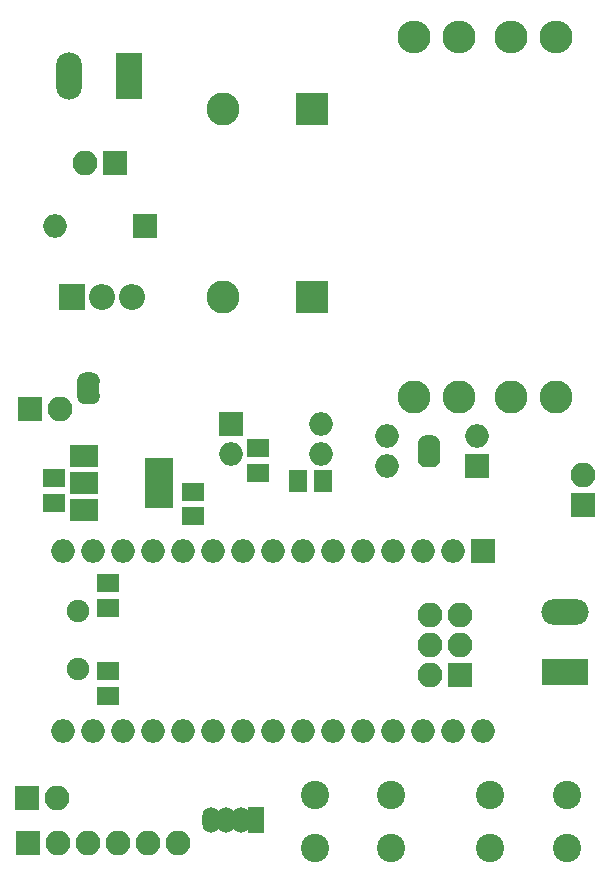
<source format=gbr>
G04 #@! TF.GenerationSoftware,KiCad,Pcbnew,5.0.0-rc2-dev-unknown-f73b9a5~65~ubuntu16.04.1*
G04 #@! TF.CreationDate,2018-05-13T13:10:50+02:00*
G04 #@! TF.ProjectId,Libreductioner,4C6962726564756374696F6E65722E6B,rev?*
G04 #@! TF.SameCoordinates,Original*
G04 #@! TF.FileFunction,Soldermask,Bot*
G04 #@! TF.FilePolarity,Negative*
%FSLAX46Y46*%
G04 Gerber Fmt 4.6, Leading zero omitted, Abs format (unit mm)*
G04 Created by KiCad (PCBNEW 5.0.0-rc2-dev-unknown-f73b9a5~65~ubuntu16.04.1) date Sun May 13 13:10:50 2018*
%MOMM*%
%LPD*%
G01*
G04 APERTURE LIST*
%ADD10R,2.000000X2.000000*%
%ADD11O,2.000000X2.000000*%
%ADD12O,2.100000X2.100000*%
%ADD13R,2.100000X2.100000*%
%ADD14C,1.900000*%
%ADD15R,2.200000X2.200000*%
%ADD16O,2.200000X2.200000*%
%ADD17R,2.800000X2.800000*%
%ADD18C,2.800000*%
%ADD19C,2.400000*%
%ADD20O,2.800000X2.800000*%
%ADD21R,1.900000X1.545000*%
%ADD22R,2.400000X4.200000*%
%ADD23R,2.400000X1.900000*%
%ADD24R,2.200000X4.000000*%
%ADD25O,2.200000X4.000000*%
%ADD26O,4.000000X2.200000*%
%ADD27R,4.000000X2.200000*%
%ADD28R,1.470000X2.200000*%
%ADD29O,1.470000X2.200000*%
%ADD30R,1.545000X1.900000*%
%ADD31R,1.900000X0.900000*%
%ADD32C,0.100000*%
%ADD33C,1.400000*%
%ADD34R,1.000000X0.900000*%
G04 APERTURE END LIST*
D10*
X86487000Y-99187000D03*
D11*
X94107000Y-101727000D03*
X86487000Y-101727000D03*
X94107000Y-99187000D03*
X72237790Y-125109952D03*
X72237790Y-109869952D03*
X107797790Y-125109952D03*
X74777790Y-109869952D03*
X105257790Y-125109952D03*
X77317790Y-109869952D03*
X102717790Y-125109952D03*
X79857790Y-109869952D03*
X100177790Y-125109952D03*
X82397790Y-109869952D03*
X97637790Y-125109952D03*
X84937790Y-109869952D03*
X95097790Y-125109952D03*
X87477790Y-109869952D03*
X92557790Y-125109952D03*
X90017790Y-109869952D03*
X90017790Y-125109952D03*
X92557790Y-109869952D03*
X87477790Y-125109952D03*
X95097790Y-109869952D03*
X84937790Y-125109952D03*
X97637790Y-109869952D03*
X82397790Y-125109952D03*
X100177790Y-109869952D03*
X79857790Y-125109952D03*
X102717790Y-109869952D03*
X77317790Y-125109952D03*
X105257790Y-109869952D03*
X74777790Y-125109952D03*
D10*
X107797790Y-109869952D03*
D12*
X103352790Y-115330952D03*
X105892790Y-115330952D03*
X103352790Y-117870952D03*
X105892790Y-117870952D03*
X103352790Y-120410952D03*
D13*
X105892790Y-120410952D03*
D14*
X73507790Y-115002952D03*
X73507790Y-119902952D03*
D15*
X73025000Y-88392000D03*
D16*
X75565000Y-88392000D03*
X78105000Y-88392000D03*
D17*
X93345000Y-72517000D03*
D18*
X85845000Y-72517000D03*
X85845000Y-88392000D03*
D17*
X93345000Y-88392000D03*
D19*
X100076000Y-130537500D03*
X100076000Y-135037500D03*
X93576000Y-130537500D03*
X93576000Y-135037500D03*
X108435000Y-135037500D03*
X108435000Y-130537500D03*
X114935000Y-135037500D03*
X114935000Y-130537500D03*
D20*
X110236000Y-66421000D03*
D18*
X110236000Y-96901000D03*
X101981000Y-96901000D03*
D20*
X101981000Y-66421000D03*
D10*
X79248000Y-82423000D03*
D11*
X71628000Y-82423000D03*
D13*
X76708000Y-77089000D03*
D12*
X74168000Y-77089000D03*
D20*
X105791000Y-66421000D03*
D18*
X105791000Y-96901000D03*
X114046000Y-96901000D03*
D20*
X114046000Y-66421000D03*
D13*
X116332000Y-106045000D03*
D12*
X116332000Y-103505000D03*
D21*
X83312000Y-104902000D03*
X83312000Y-106987000D03*
X71501000Y-105817500D03*
X71501000Y-103732500D03*
D22*
X80366000Y-104140000D03*
D23*
X74066000Y-104140000D03*
X74066000Y-101840000D03*
X74066000Y-106440000D03*
D24*
X77851000Y-69723000D03*
D25*
X72771000Y-69723000D03*
D26*
X114808000Y-115062000D03*
D27*
X114808000Y-120142000D03*
D28*
X88646000Y-132715000D03*
D29*
X87376000Y-132715000D03*
X86106000Y-132715000D03*
X84836000Y-132715000D03*
D30*
X92202000Y-104013000D03*
X94287000Y-104013000D03*
D21*
X88773000Y-101219000D03*
X88773000Y-103304000D03*
D10*
X107315000Y-102743000D03*
D11*
X99695000Y-100203000D03*
X107315000Y-100203000D03*
X99695000Y-102743000D03*
D31*
X74422000Y-95739000D03*
X74422000Y-96539000D03*
D32*
G36*
X74740612Y-96092370D02*
X74808563Y-96102449D01*
X74875199Y-96119141D01*
X74939878Y-96142283D01*
X75001978Y-96171654D01*
X75060899Y-96206970D01*
X75116075Y-96247892D01*
X75166975Y-96294024D01*
X75213107Y-96344924D01*
X75254029Y-96400100D01*
X75289345Y-96459021D01*
X75318716Y-96521121D01*
X75341858Y-96585800D01*
X75358550Y-96652436D01*
X75368629Y-96720387D01*
X75372000Y-96788999D01*
X75372000Y-96789001D01*
X75368629Y-96857613D01*
X75358550Y-96925564D01*
X75341858Y-96992200D01*
X75318716Y-97056879D01*
X75289345Y-97118979D01*
X75254029Y-97177900D01*
X75213107Y-97233076D01*
X75166975Y-97283976D01*
X75116075Y-97330108D01*
X75060899Y-97371030D01*
X75001978Y-97406346D01*
X74939878Y-97435717D01*
X74875199Y-97458859D01*
X74808563Y-97475551D01*
X74740612Y-97485630D01*
X74672000Y-97489001D01*
X74172000Y-97489001D01*
X74103388Y-97485630D01*
X74035437Y-97475551D01*
X73968801Y-97458859D01*
X73904122Y-97435717D01*
X73842022Y-97406346D01*
X73783101Y-97371030D01*
X73727925Y-97330108D01*
X73677025Y-97283976D01*
X73630893Y-97233076D01*
X73589971Y-97177900D01*
X73554655Y-97118979D01*
X73525284Y-97056879D01*
X73502142Y-96992200D01*
X73485450Y-96925564D01*
X73475371Y-96857613D01*
X73472000Y-96789001D01*
X73472000Y-96788999D01*
X73475371Y-96720387D01*
X73485450Y-96652436D01*
X73502142Y-96585800D01*
X73525284Y-96521121D01*
X73554655Y-96459021D01*
X73589971Y-96400100D01*
X73630893Y-96344924D01*
X73677025Y-96294024D01*
X73727925Y-96247892D01*
X73783101Y-96206970D01*
X73842022Y-96171654D01*
X73904122Y-96142283D01*
X73968801Y-96119141D01*
X74035437Y-96102449D01*
X74103388Y-96092370D01*
X74172000Y-96088999D01*
X74672000Y-96088999D01*
X74740612Y-96092370D01*
X74740612Y-96092370D01*
G37*
D33*
X74422000Y-96789000D03*
D32*
G36*
X74740612Y-94792370D02*
X74808563Y-94802449D01*
X74875199Y-94819141D01*
X74939878Y-94842283D01*
X75001978Y-94871654D01*
X75060899Y-94906970D01*
X75116075Y-94947892D01*
X75166975Y-94994024D01*
X75213107Y-95044924D01*
X75254029Y-95100100D01*
X75289345Y-95159021D01*
X75318716Y-95221121D01*
X75341858Y-95285800D01*
X75358550Y-95352436D01*
X75368629Y-95420387D01*
X75372000Y-95488999D01*
X75372000Y-95489001D01*
X75368629Y-95557613D01*
X75358550Y-95625564D01*
X75341858Y-95692200D01*
X75318716Y-95756879D01*
X75289345Y-95818979D01*
X75254029Y-95877900D01*
X75213107Y-95933076D01*
X75166975Y-95983976D01*
X75116075Y-96030108D01*
X75060899Y-96071030D01*
X75001978Y-96106346D01*
X74939878Y-96135717D01*
X74875199Y-96158859D01*
X74808563Y-96175551D01*
X74740612Y-96185630D01*
X74672000Y-96189001D01*
X74172000Y-96189001D01*
X74103388Y-96185630D01*
X74035437Y-96175551D01*
X73968801Y-96158859D01*
X73904122Y-96135717D01*
X73842022Y-96106346D01*
X73783101Y-96071030D01*
X73727925Y-96030108D01*
X73677025Y-95983976D01*
X73630893Y-95933076D01*
X73589971Y-95877900D01*
X73554655Y-95818979D01*
X73525284Y-95756879D01*
X73502142Y-95692200D01*
X73485450Y-95625564D01*
X73475371Y-95557613D01*
X73472000Y-95489001D01*
X73472000Y-95488999D01*
X73475371Y-95420387D01*
X73485450Y-95352436D01*
X73502142Y-95285800D01*
X73525284Y-95221121D01*
X73554655Y-95159021D01*
X73589971Y-95100100D01*
X73630893Y-95044924D01*
X73677025Y-94994024D01*
X73727925Y-94947892D01*
X73783101Y-94906970D01*
X73842022Y-94871654D01*
X73904122Y-94842283D01*
X73968801Y-94819141D01*
X74035437Y-94802449D01*
X74103388Y-94792370D01*
X74172000Y-94788999D01*
X74672000Y-94788999D01*
X74740612Y-94792370D01*
X74740612Y-94792370D01*
G37*
D33*
X74422000Y-95489000D03*
D34*
X74422000Y-96139000D03*
X103251000Y-101473000D03*
D32*
G36*
X103569612Y-101426370D02*
X103637563Y-101436449D01*
X103704199Y-101453141D01*
X103768878Y-101476283D01*
X103830978Y-101505654D01*
X103889899Y-101540970D01*
X103945075Y-101581892D01*
X103995975Y-101628024D01*
X104042107Y-101678924D01*
X104083029Y-101734100D01*
X104118345Y-101793021D01*
X104147716Y-101855121D01*
X104170858Y-101919800D01*
X104187550Y-101986436D01*
X104197629Y-102054387D01*
X104201000Y-102122999D01*
X104201000Y-102123001D01*
X104197629Y-102191613D01*
X104187550Y-102259564D01*
X104170858Y-102326200D01*
X104147716Y-102390879D01*
X104118345Y-102452979D01*
X104083029Y-102511900D01*
X104042107Y-102567076D01*
X103995975Y-102617976D01*
X103945075Y-102664108D01*
X103889899Y-102705030D01*
X103830978Y-102740346D01*
X103768878Y-102769717D01*
X103704199Y-102792859D01*
X103637563Y-102809551D01*
X103569612Y-102819630D01*
X103501000Y-102823001D01*
X103001000Y-102823001D01*
X102932388Y-102819630D01*
X102864437Y-102809551D01*
X102797801Y-102792859D01*
X102733122Y-102769717D01*
X102671022Y-102740346D01*
X102612101Y-102705030D01*
X102556925Y-102664108D01*
X102506025Y-102617976D01*
X102459893Y-102567076D01*
X102418971Y-102511900D01*
X102383655Y-102452979D01*
X102354284Y-102390879D01*
X102331142Y-102326200D01*
X102314450Y-102259564D01*
X102304371Y-102191613D01*
X102301000Y-102123001D01*
X102301000Y-102122999D01*
X102304371Y-102054387D01*
X102314450Y-101986436D01*
X102331142Y-101919800D01*
X102354284Y-101855121D01*
X102383655Y-101793021D01*
X102418971Y-101734100D01*
X102459893Y-101678924D01*
X102506025Y-101628024D01*
X102556925Y-101581892D01*
X102612101Y-101540970D01*
X102671022Y-101505654D01*
X102733122Y-101476283D01*
X102797801Y-101453141D01*
X102864437Y-101436449D01*
X102932388Y-101426370D01*
X103001000Y-101422999D01*
X103501000Y-101422999D01*
X103569612Y-101426370D01*
X103569612Y-101426370D01*
G37*
D33*
X103251000Y-102123000D03*
D32*
G36*
X103569612Y-100126370D02*
X103637563Y-100136449D01*
X103704199Y-100153141D01*
X103768878Y-100176283D01*
X103830978Y-100205654D01*
X103889899Y-100240970D01*
X103945075Y-100281892D01*
X103995975Y-100328024D01*
X104042107Y-100378924D01*
X104083029Y-100434100D01*
X104118345Y-100493021D01*
X104147716Y-100555121D01*
X104170858Y-100619800D01*
X104187550Y-100686436D01*
X104197629Y-100754387D01*
X104201000Y-100822999D01*
X104201000Y-100823001D01*
X104197629Y-100891613D01*
X104187550Y-100959564D01*
X104170858Y-101026200D01*
X104147716Y-101090879D01*
X104118345Y-101152979D01*
X104083029Y-101211900D01*
X104042107Y-101267076D01*
X103995975Y-101317976D01*
X103945075Y-101364108D01*
X103889899Y-101405030D01*
X103830978Y-101440346D01*
X103768878Y-101469717D01*
X103704199Y-101492859D01*
X103637563Y-101509551D01*
X103569612Y-101519630D01*
X103501000Y-101523001D01*
X103001000Y-101523001D01*
X102932388Y-101519630D01*
X102864437Y-101509551D01*
X102797801Y-101492859D01*
X102733122Y-101469717D01*
X102671022Y-101440346D01*
X102612101Y-101405030D01*
X102556925Y-101364108D01*
X102506025Y-101317976D01*
X102459893Y-101267076D01*
X102418971Y-101211900D01*
X102383655Y-101152979D01*
X102354284Y-101090879D01*
X102331142Y-101026200D01*
X102314450Y-100959564D01*
X102304371Y-100891613D01*
X102301000Y-100823001D01*
X102301000Y-100822999D01*
X102304371Y-100754387D01*
X102314450Y-100686436D01*
X102331142Y-100619800D01*
X102354284Y-100555121D01*
X102383655Y-100493021D01*
X102418971Y-100434100D01*
X102459893Y-100378924D01*
X102506025Y-100328024D01*
X102556925Y-100281892D01*
X102612101Y-100240970D01*
X102671022Y-100205654D01*
X102733122Y-100176283D01*
X102797801Y-100153141D01*
X102864437Y-100136449D01*
X102932388Y-100126370D01*
X103001000Y-100122999D01*
X103501000Y-100122999D01*
X103569612Y-100126370D01*
X103569612Y-100126370D01*
G37*
D33*
X103251000Y-100823000D03*
D31*
X103251000Y-101073000D03*
X103251000Y-101873000D03*
D13*
X69342000Y-134620000D03*
D12*
X71882000Y-134620000D03*
X74422000Y-134620000D03*
X76962000Y-134620000D03*
X79502000Y-134620000D03*
X82042000Y-134620000D03*
D13*
X69215000Y-130810000D03*
D12*
X71755000Y-130810000D03*
D13*
X69469000Y-97917000D03*
D12*
X72009000Y-97917000D03*
D21*
X76047790Y-120110452D03*
X76047790Y-122195452D03*
X76047790Y-112637452D03*
X76047790Y-114722452D03*
M02*

</source>
